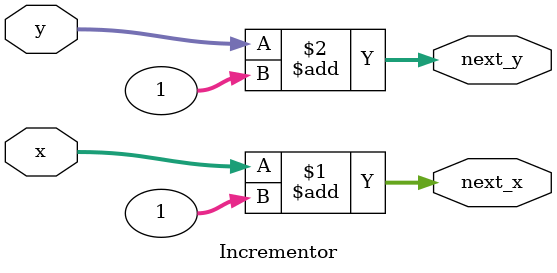
<source format=sv>
module Incrementor(
	input logic [31:0] x,
	input logic [31:0] y,
	
	output logic [31:0] next_x,
	output logic [31:0] next_y

);


	assign next_x = x + 32'd1;
	assign next_y = y + 32'd1;
	
endmodule

</source>
